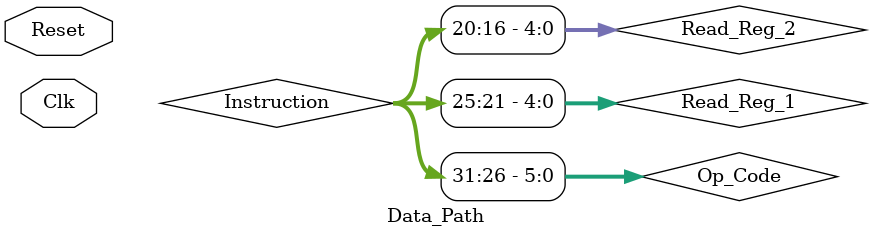
<source format=v>
`timescale 1ns / 1ps
module Data_Path(Clk,Reset);
input Clk;
input Reset;
reg [31:0] PC;
wire [31:0] Instruction;
wire [4:0] Read_Reg_1;
wire [4:0] Read_Reg_2;
wire [4:0] Write_Reg;
wire [31:0] Read_Data_1;
wire [31:0] Read_Data_2;
wire [31:0] Register_Write_Data;
wire [31:0] Source_A;
wire [31:0] Source_B;
wire [31:0] ALU_Result;
wire Zero;
wire [31:0] Data_Memory_Write_Data;
wire [31:0] Read_Data;
wire [5:0] Op_Code;
wire [5:0] Function;
wire Memory_to_Register;
wire Memory_Write;
wire PC_Source;
wire [2:0] ALU_Control;
wire ALU_Source;
wire Register_Destination;
wire Register_Write;
wire Sign_Zero;
wire [31:0] Sign_Immediate;
wire [31:0] PC_Plus_4;
wire [31:0] PC_Branch;
wire [31:0] Next_PC;
initial
begin
	PC <= 0;
end
assign Read_Reg_1 = Instruction[25:21];
assign Read_Reg_2 = Instruction[20:16];
assign Write_Reg = (Register_Destination) ? Instruction[15:11] : Instruction[20:16];
assign Register_Write_Data = (Memory_to_Register) ? Read_Data : ALU_Result;
assign Source_A = Read_Data_1;
assign Source_B = (ALU_Source) ? Sign_Immediate : Read_Data_2;
assign Data_Memory_Write_Data = Read_Data_2;
assign Op_Code = Instruction[31:26];
assign Function = Instruction[5:0];
assign Sign_Immediate = (Sign_Zero) ? {{16{Instruction[15]}},Instruction[15:0]} : {16'h0000,Instruction[15:0]};
assign PC_Plus_4 = PC + 4;
assign PC_Branch = PC_Plus_4 + (Sign_Immediate << 2);
assign Next_PC = (PC_Source) ? PC_Branch : PC_Plus_4;
always @(posedge Clk)
begin 
	if(Reset == 1)
		PC <= 0;
	else 
		PC <= Next_PC;
end
Instruction_Memory Instuction_Memory_Instantiation(PC,Instruction);
Register_File Register_File_Instantiation(Clk,Register_Write,Read_Reg_1,Read_Reg_2,Write_Reg,Register_Write_Data,Read_Data_1,Read_Data_2);
ALU ALU_Instantiation(Source_A,Source_B,ALU_Control,ALU_Result,Zero);
Data_Memory Data_Memory_Instantiation(Clk,Memory_Write,ALU_Result,Data_Memory_Write_Data,Read_Data);
Controller Controller_Instantiation(Op_Code,Function,Zero,Memory_to_Register,Memory_Write,PC_Source,ALU_Control,ALU_Source,Register_Destination,Register_Write,Sign_Zero);
endmodule

</source>
